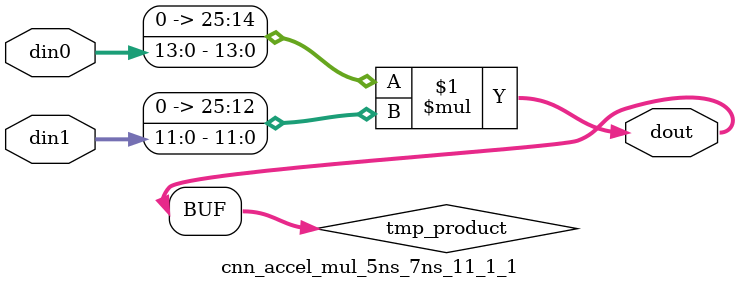
<source format=v>

`timescale 1 ns / 1 ps

 module cnn_accel_mul_5ns_7ns_11_1_1(din0, din1, dout);
parameter ID = 1;
parameter NUM_STAGE = 0;
parameter din0_WIDTH = 14;
parameter din1_WIDTH = 12;
parameter dout_WIDTH = 26;

input [din0_WIDTH - 1 : 0] din0; 
input [din1_WIDTH - 1 : 0] din1; 
output [dout_WIDTH - 1 : 0] dout;

wire signed [dout_WIDTH - 1 : 0] tmp_product;
























assign tmp_product = $signed({1'b0, din0}) * $signed({1'b0, din1});











assign dout = tmp_product;





















endmodule

</source>
